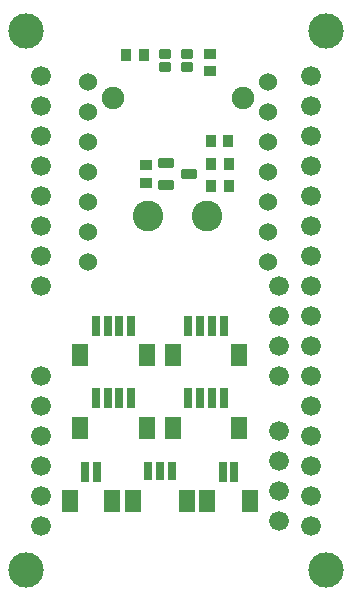
<source format=gts>
G04 Layer: TopSolderMaskLayer*
G04 EasyEDA Pro v2.2.36.7, 2025-07-16 21:13:32*
G04 Gerber Generator version 0.3*
G04 Scale: 100 percent, Rotated: No, Reflected: No*
G04 Dimensions in millimeters*
G04 Leading zeros omitted, absolute positions, 4 integers and 5 decimals*
%FSLAX45Y45*%
%MOMM*%
%AMRoundRect*1,1,$1,$2,$3*1,1,$1,$4,$5*1,1,$1,0-$2,0-$3*1,1,$1,0-$4,0-$5*20,1,$1,$2,$3,$4,$5,0*20,1,$1,$4,$5,0-$2,0-$3,0*20,1,$1,0-$2,0-$3,0-$4,0-$5,0*20,1,$1,0-$4,0-$5,$2,$3,0*4,1,4,$2,$3,$4,$5,0-$2,0-$3,0-$4,0-$5,$2,$3,0*%
%ADD10C,3.002*%
%ADD11RoundRect,0.08906X-0.30647X0.78148X0.30647X0.78148*%
%ADD12RoundRect,0.09459X-0.6037X0.9037X0.6037X0.9037*%
%ADD13RoundRect,0.09049X0.63076X-0.35575X-0.63076X-0.35575*%
%ADD14RoundRect,0.09138X-0.43712X-0.40835X-0.43712X0.40835*%
%ADD15RoundRect,0.09138X0.40835X-0.43712X-0.40835X-0.43712*%
%ADD16RoundRect,0.09138X-0.40835X0.43712X0.40835X0.43712*%
%ADD17C,2.602*%
%ADD18C,1.902*%
%ADD19C,1.6768*%
%ADD20RoundRect,0.08906X-0.30647X0.75647X0.30647X0.75647*%
%ADD21RoundRect,0.09164X-0.40518X0.45518X0.40518X0.45518*%
%ADD22RoundRect,0.08906X0.30647X-0.78148X-0.30647X-0.78148*%
%ADD23RoundRect,0.09459X0.6037X-0.9037X-0.6037X-0.9037*%
%ADD24C,1.6748*%
%ADD25C,1.524*%
%ADD26RoundRect,0.09049X0.45575X-0.35575X-0.45575X-0.35575*%
%ADD27RoundRect,0.09164X0.45518X0.40518X0.45518X-0.40518*%
G75*


G04 Pad Start*
G54D10*
G01X-1270000Y2044700D03*
G01X1270000Y2044700D03*
G01X1270000Y-2514600D03*
G01X-1270000Y-2514600D03*
G54D11*
G01X-668871Y-1683347D03*
G01X-768871Y-1683347D03*
G54D12*
G01X-539077Y-1933359D03*
G01X-899071Y-1933359D03*
G54D13*
G01X-87300Y933196D03*
G01X-87300Y743204D03*
G01X112700Y838200D03*
G54D14*
G01X-254000Y913536D03*
G01X-254000Y762864D03*
G54D15*
G01X292964Y736600D03*
G01X443636Y736600D03*
G54D16*
G01X443636Y922020D03*
G01X292964Y922020D03*
G54D11*
G01X492925Y-1683347D03*
G01X392925Y-1683347D03*
G54D12*
G01X622719Y-1933359D03*
G01X262725Y-1933359D03*
G54D17*
G01X-237299Y478597D03*
G01X262700Y478597D03*
G54D18*
G01X562699Y1478595D03*
G01X-537299Y1478595D03*
G54D19*
G01X866902Y-615406D03*
G01X866902Y-869406D03*
G01X866902Y-361406D03*
G01X866902Y-107406D03*
G01X866902Y-1842480D03*
G01X866902Y-2096480D03*
G01X866902Y-1588480D03*
G01X866902Y-1334480D03*
G54D12*
G01X91834Y-1933407D03*
G01X-368186Y-1933382D03*
G54D20*
G01X-238188Y-1673393D03*
G01X-138189Y-1673393D03*
G01X-38163Y-1673393D03*
G54D21*
G01X438297Y1117600D03*
G01X298293Y1117600D03*
G54D22*
G01X-380098Y-445249D03*
G01X-480098Y-445249D03*
G01X-580098Y-445249D03*
G01X-680098Y-445249D03*
G54D23*
G01X-250101Y-697751D03*
G01X-810095Y-697751D03*
G54D22*
G01X404000Y-445249D03*
G01X304000Y-445249D03*
G01X204000Y-445249D03*
G01X104000Y-445249D03*
G54D23*
G01X533997Y-697751D03*
G01X-25997Y-697751D03*
G54D22*
G01X404000Y-1060183D03*
G01X304000Y-1060183D03*
G01X204000Y-1060183D03*
G01X104000Y-1060183D03*
G54D23*
G01X533997Y-1312685D03*
G01X-25997Y-1312685D03*
G54D22*
G01X-380098Y-1060183D03*
G01X-480098Y-1060183D03*
G01X-580098Y-1060183D03*
G01X-680098Y-1060183D03*
G54D23*
G01X-250101Y-1312685D03*
G01X-810095Y-1312685D03*
G54D24*
G01X-1143000Y144587D03*
G01X-1143000Y-109413D03*
G01X-1143000Y-871413D03*
G01X-1143000Y-1125413D03*
G01X-1143000Y-1379413D03*
G01X-1143000Y-1633413D03*
G01X-1143000Y-1887413D03*
G01X-1143000Y-2141413D03*
G01X1143000Y-2141413D03*
G01X1143000Y-1887413D03*
G01X1143000Y-1633413D03*
G01X1143000Y-1377635D03*
G01X1143000Y-1123635D03*
G01X1143000Y-869635D03*
G01X1143000Y-615635D03*
G01X1143000Y-361635D03*
G01X1143000Y-107635D03*
G01X1143000Y146365D03*
G01X1143000Y400365D03*
G01X1143000Y654365D03*
G01X1143000Y908365D03*
G01X1143000Y1162365D03*
G01X1143000Y1416365D03*
G01X1143000Y1670365D03*
G01X-1143000Y398587D03*
G01X-1143000Y652587D03*
G01X-1143000Y906587D03*
G01X-1143000Y1160587D03*
G01X-1143000Y1668587D03*
G01X-1143000Y1414587D03*
G54D25*
G01X-749936Y1620076D03*
G01X-749936Y1366076D03*
G01X-749936Y1112076D03*
G01X-749936Y858076D03*
G01X-749936Y604076D03*
G01X-749936Y350076D03*
G01X-749936Y96076D03*
G01X774064Y96076D03*
G01X774064Y350076D03*
G01X774064Y604076D03*
G01X774064Y858076D03*
G01X774064Y1112076D03*
G01X774064Y1366076D03*
G01X774064Y1620076D03*
G54D26*
G01X91504Y1745856D03*
G01X91504Y1855864D03*
G01X-91503Y1855864D03*
G01X-91503Y1745856D03*
G54D15*
G01X-422300Y1844548D03*
G01X-271628Y1844548D03*
G54D27*
G01X283210Y1711046D03*
G01X283210Y1851050D03*
G04 Pad End*

M02*


</source>
